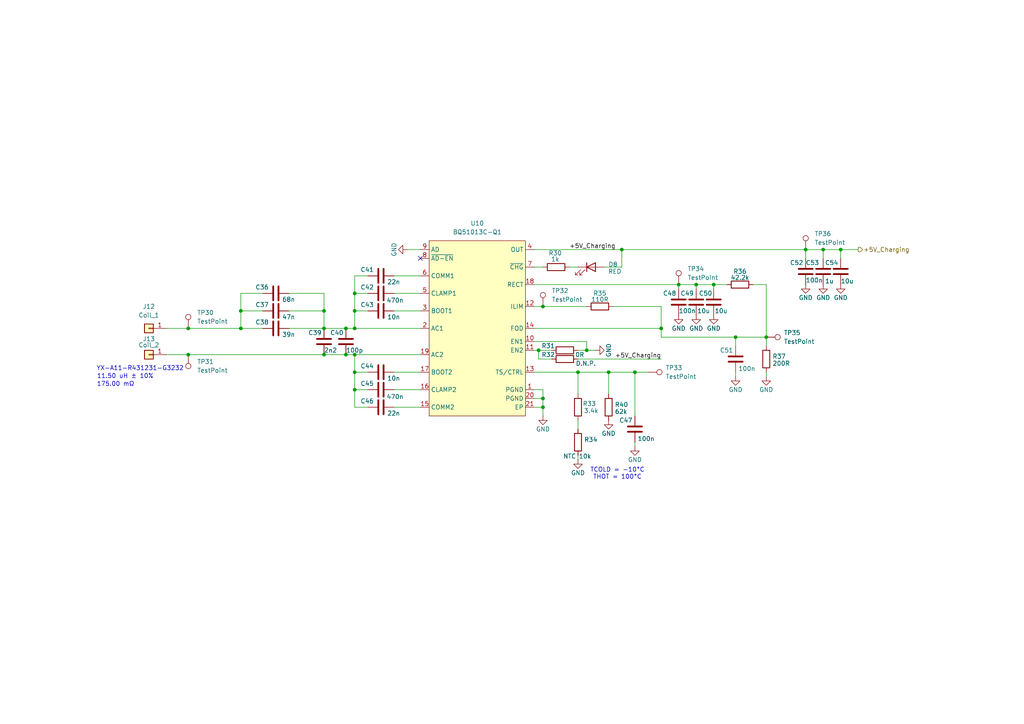
<source format=kicad_sch>
(kicad_sch (version 20231120) (generator "eeschema") (generator_version "8.0")
  (paper "A4")
  (title_block (title "Mermaid Control Unit") (date "2025-02-04") (rev "A") (company "Aurora Dreams Mermaids") (comment 1 "Designed by: Ondrej Ruzicka") (comment 4 "Wireless Charging"))
  (lib_symbols
    (symbol "Connector:TestPoint" (pin_numbers hide) (pin_names (offset 0.762) hide)
      (property "Reference" "TP" (at 0 6.858 0))
      (property "Value" "TestPoint" (at 0 5.08 0))
      (symbol "TestPoint_0_1"
        (circle (center 0 3.302) (radius 0.762))
      )
      (symbol "TestPoint_1_1"
        (pin passive line (at 0 0 90) (length 2.54) (name "1") (number "1"))
      )
    )
    (symbol "Connector_Generic:Conn_01x01" (pin_names (offset 1.016) hide)
      (property "Reference" "J" (at 0 2.54 0))
      (property "Value" "Conn_01x01" (at 0 -2.54 0))
      (symbol "Conn_01x01_1_1"
        (rectangle (start -1.27 0.127) (end 0 -0.127) (stroke (width 0.1524)))
        (rectangle (start -1.27 1.27) (end 1.27 -1.27) (stroke (width 0.254)) (fill (type background)))
        (pin passive line (at -5.08 0 0) (length 3.81) (name "Pin_1") (number "1"))
      )
    )
    (symbol "Device:C" (pin_numbers hide) (pin_names (offset 0.254))
      (property "Reference" "C" (at 0.635 2.54 0))
      (property "Value" "C" (at 0.635 -2.54 0))
      (symbol "C_0_1"
        (polyline (pts (xy -2.032 -0.762) (xy 2.032 -0.762)) (stroke (width 0.508)))
        (polyline (pts (xy -2.032 0.762) (xy 2.032 0.762)) (stroke (width 0.508)))
      )
      (symbol "C_1_1"
        (pin passive line (at 0 3.81 270) (length 2.794) (name "~") (number "1"))
        (pin passive line (at 0 -3.81 90) (length 2.794) (name "~") (number "2"))
      )
    )
    (symbol "Device:LED" (pin_numbers hide) (pin_names (offset 1.016) hide)
      (property "Reference" "D" (at 0 2.54 0))
      (property "Value" "LED" (at 0 -2.54 0))
      (symbol "LED_0_1"
        (polyline (pts (xy -1.27 -1.27) (xy -1.27 1.27)) (stroke (width 0.254)))
        (polyline (pts (xy -1.27 0) (xy 1.27 0)))
        (polyline (pts (xy 1.27 -1.27) (xy 1.27 1.27) (xy -1.27 0) (xy 1.27 -1.27)) (stroke (width 0.254)))
        (polyline (pts (xy -3.048 -0.762) (xy -4.572 -2.286) (xy -3.81 -2.286) (xy -4.572 -2.286) (xy -4.572 -1.524)))
        (polyline (pts (xy -1.778 -0.762) (xy -3.302 -2.286) (xy -2.54 -2.286) (xy -3.302 -2.286) (xy -3.302 -1.524)))
      )
      (symbol "LED_1_1"
        (pin passive line (at -3.81 0 0) (length 2.54) (name "K") (number "1"))
        (pin passive line (at 3.81 0 180) (length 2.54) (name "A") (number "2"))
      )
    )
    (symbol "Device:R" (pin_numbers hide) (pin_names (offset 0))
      (property "Reference" "R" (at 2.032 0 90))
      (property "Value" "R" (at 0 0 90))
      (symbol "R_0_1"
        (rectangle (start -1.016 -2.54) (end 1.016 2.54) (stroke (width 0.254)))
      )
      (symbol "R_1_1"
        (pin passive line (at 0 3.81 270) (length 1.27) (name "~") (number "1"))
        (pin passive line (at 0 -3.81 90) (length 1.27) (name "~") (number "2"))
      )
    )
    (symbol "library:BQ51013C-Q1"
      (property "Reference" "U" (at -13.208 30.226 0))
      (property "Value" "BQ51013C-Q1" (at 0 0 0))
      (symbol "BQ51013C-Q1_0_1"
        (rectangle (start -13.97 29.21) (end 13.97 -21.59) (fill (type background)))
      )
      (symbol "BQ51013C-Q1_1_1"
        (pin power_out line (at 16.51 -13.97 180) (length 2.54) (name "PGND") (number "1"))
        (pin input line (at 16.51 0 180) (length 2.54) (name "EN1") (number "10"))
        (pin input line (at 16.51 -2.54 180) (length 2.54) (name "EN2") (number "11"))
        (pin bidirectional line (at 16.51 10.16 180) (length 2.54) (name "ILIM") (number "12"))
        (pin input line (at 16.51 -8.89 180) (length 2.54) (name "TS/CTRL") (number "13"))
        (pin input line (at 16.51 3.81 180) (length 2.54) (name "FOD") (number "14"))
        (pin output line (at -16.51 -19.05 0) (length 2.54) (name "COMM2") (number "15"))
        (pin output line (at -16.51 -13.97 0) (length 2.54) (name "CLAMP2") (number "16"))
        (pin output line (at -16.51 -8.89 0) (length 2.54) (name "BOOT2") (number "17"))
        (pin output line (at 16.51 16.51 180) (length 2.54) (name "RECT") (number "18"))
        (pin input line (at -16.51 -3.81 0) (length 2.54) (name "AC2") (number "19"))
        (pin input line (at -16.51 3.81 0) (length 2.54) (name "AC1") (number "2"))
        (pin power_out line (at 16.51 -16.51 180) (length 2.54) (name "PGND") (number "20"))
        (pin power_out line (at 16.51 -19.05 180) (length 2.54) (name "EP") (number "21"))
        (pin output line (at -16.51 8.89 0) (length 2.54) (name "BOOT1") (number "3"))
        (pin power_out line (at 16.51 26.67 180) (length 2.54) (name "OUT") (number "4"))
        (pin output line (at -16.51 13.97 0) (length 2.54) (name "CLAMP1") (number "5"))
        (pin output line (at -16.51 19.05 0) (length 2.54) (name "COMM1") (number "6"))
        (pin output line (at 16.51 21.59 180) (length 2.54) (name "~{CHG}") (number "7"))
        (pin output line (at -16.51 24.13 0) (length 2.54) (name "~{AD-EN}") (number "8"))
        (pin input line (at -16.51 26.67 0) (length 2.54) (name "AD") (number "9"))
      )
    )
    (symbol "power:GND" (power) (pin_numbers hide) (pin_names (offset 0) hide)
      (property "Value" "GND" (at 0 -3.81 0))
      (symbol "GND_0_1"
        (polyline (pts (xy 0 0) (xy 0 -1.27) (xy 1.27 -1.27) (xy 0 -2.54) (xy -1.27 -1.27) (xy 0 -1.27)))
      )
      (symbol "GND_1_1"
        (pin power_in line (at 0 0 270) (length 0) (name "~") (number "1"))
      )
    )
  )
  (junction (at 54.61 95.25))
  (junction (at 170.18 101.6))
  (junction (at 102.87 107.95))
  (junction (at 167.64 107.95))
  (junction (at 102.87 90.17))
  (junction (at 222.25 97.79))
  (junction (at 100.33 95.25))
  (junction (at 54.61 102.87))
  (junction (at 180.34 72.39))
  (junction (at 157.48 115.57))
  (junction (at 157.48 88.9))
  (junction (at 93.98 102.87))
  (junction (at 102.87 95.25))
  (junction (at 176.53 107.95))
  (junction (at 102.87 85.09))
  (junction (at 100.33 102.87))
  (junction (at 201.93 82.55))
  (junction (at 102.87 113.03))
  (junction (at 238.76 72.39))
  (junction (at 191.77 95.25))
  (junction (at 243.84 72.39))
  (junction (at 69.85 90.17))
  (junction (at 157.48 118.11))
  (junction (at 69.85 95.25))
  (junction (at 213.36 97.79))
  (junction (at 156.21 101.6))
  (junction (at 93.98 95.25))
  (junction (at 207.01 82.55))
  (junction (at 196.85 82.55))
  (junction (at 184.15 107.95))
  (junction (at 93.98 90.17))
  (junction (at 233.68 72.39))
  (junction (at 102.87 102.87))
  (no_connect (at 121.92 74.93))
  (wire (pts (xy 83.82 85.09) (xy 93.98 85.09)))
  (wire (pts (xy 83.82 95.25) (xy 93.98 95.25)))
  (wire (pts (xy 170.18 101.6) (xy 172.72 101.6)))
  (wire (pts (xy 106.68 113.03) (xy 102.87 113.03)))
  (wire (pts (xy 175.26 77.47) (xy 180.34 77.47)))
  (wire (pts (xy 157.48 115.57) (xy 157.48 118.11)))
  (wire (pts (xy 167.64 107.95) (xy 176.53 107.95)))
  (wire (pts (xy 222.25 97.79) (xy 222.25 100.33)))
  (wire (pts (xy 213.36 107.95) (xy 213.36 109.22)))
  (wire (pts (xy 100.33 102.87) (xy 102.87 102.87)))
  (wire (pts (xy 243.84 72.39) (xy 248.92 72.39)))
  (wire (pts (xy 157.48 113.03) (xy 157.48 115.57)))
  (wire (pts (xy 114.3 90.17) (xy 121.92 90.17)))
  (wire (pts (xy 154.94 88.9) (xy 157.48 88.9)))
  (wire (pts (xy 76.2 85.09) (xy 69.85 85.09)))
  (wire (pts (xy 154.94 101.6) (xy 156.21 101.6)))
  (wire (pts (xy 156.21 104.14) (xy 156.21 101.6)))
  (wire (pts (xy 102.87 85.09) (xy 102.87 90.17)))
  (wire (pts (xy 191.77 97.79) (xy 213.36 97.79)))
  (wire (pts (xy 156.21 101.6) (xy 160.02 101.6)))
  (wire (pts (xy 167.64 107.95) (xy 167.64 114.3)))
  (wire (pts (xy 222.25 97.79) (xy 222.25 82.55)))
  (wire (pts (xy 154.94 82.55) (xy 196.85 82.55)))
  (wire (pts (xy 100.33 95.25) (xy 102.87 95.25)))
  (wire (pts (xy 48.26 95.25) (xy 54.61 95.25)))
  (wire (pts (xy 180.34 72.39) (xy 233.68 72.39)))
  (wire (pts (xy 106.68 85.09) (xy 102.87 85.09)))
  (wire (pts (xy 177.8 88.9) (xy 191.77 88.9)))
  (wire (pts (xy 207.01 82.55) (xy 210.82 82.55)))
  (wire (pts (xy 157.48 88.9) (xy 170.18 88.9)))
  (wire (pts (xy 222.25 107.95) (xy 222.25 109.22)))
  (wire (pts (xy 118.11 72.39) (xy 121.92 72.39)))
  (wire (pts (xy 191.77 88.9) (xy 191.77 95.25)))
  (wire (pts (xy 102.87 118.11) (xy 102.87 113.03)))
  (wire (pts (xy 54.61 95.25) (xy 69.85 95.25)))
  (wire (pts (xy 154.94 99.06) (xy 170.18 99.06)))
  (wire (pts (xy 93.98 95.25) (xy 100.33 95.25)))
  (wire (pts (xy 114.3 107.95) (xy 121.92 107.95)))
  (wire (pts (xy 184.15 128.27) (xy 184.15 129.54)))
  (wire (pts (xy 114.3 118.11) (xy 121.92 118.11)))
  (wire (pts (xy 154.94 113.03) (xy 157.48 113.03)))
  (wire (pts (xy 54.61 102.87) (xy 93.98 102.87)))
  (wire (pts (xy 114.3 85.09) (xy 121.92 85.09)))
  (wire (pts (xy 176.53 107.95) (xy 176.53 114.3)))
  (wire (pts (xy 102.87 102.87) (xy 102.87 107.95)))
  (wire (pts (xy 176.53 107.95) (xy 184.15 107.95)))
  (wire (pts (xy 180.34 77.47) (xy 180.34 72.39)))
  (wire (pts (xy 165.1 77.47) (xy 167.64 77.47)))
  (wire (pts (xy 83.82 90.17) (xy 93.98 90.17)))
  (wire (pts (xy 201.93 82.55) (xy 201.93 83.82)))
  (wire (pts (xy 222.25 97.79) (xy 213.36 97.79)))
  (wire (pts (xy 243.84 72.39) (xy 243.84 74.93)))
  (wire (pts (xy 238.76 72.39) (xy 243.84 72.39)))
  (wire (pts (xy 106.68 118.11) (xy 102.87 118.11)))
  (wire (pts (xy 121.92 102.87) (xy 102.87 102.87)))
  (wire (pts (xy 114.3 80.01) (xy 121.92 80.01)))
  (wire (pts (xy 69.85 90.17) (xy 76.2 90.17)))
  (wire (pts (xy 114.3 113.03) (xy 121.92 113.03)))
  (wire (pts (xy 157.48 118.11) (xy 157.48 120.65)))
  (wire (pts (xy 170.18 99.06) (xy 170.18 101.6)))
  (wire (pts (xy 154.94 118.11) (xy 157.48 118.11)))
  (wire (pts (xy 233.68 72.39) (xy 233.68 74.93)))
  (wire (pts (xy 69.85 90.17) (xy 69.85 95.25)))
  (wire (pts (xy 233.68 72.39) (xy 238.76 72.39)))
  (wire (pts (xy 102.87 80.01) (xy 102.87 85.09)))
  (wire (pts (xy 187.96 107.95) (xy 184.15 107.95)))
  (wire (pts (xy 167.64 101.6) (xy 170.18 101.6)))
  (wire (pts (xy 106.68 80.01) (xy 102.87 80.01)))
  (wire (pts (xy 102.87 90.17) (xy 106.68 90.17)))
  (wire (pts (xy 191.77 95.25) (xy 191.77 97.79)))
  (wire (pts (xy 69.85 85.09) (xy 69.85 90.17)))
  (wire (pts (xy 93.98 102.87) (xy 100.33 102.87)))
  (wire (pts (xy 160.02 104.14) (xy 156.21 104.14)))
  (wire (pts (xy 154.94 115.57) (xy 157.48 115.57)))
  (wire (pts (xy 102.87 107.95) (xy 106.68 107.95)))
  (wire (pts (xy 167.64 104.14) (xy 191.77 104.14)))
  (wire (pts (xy 184.15 107.95) (xy 184.15 120.65)))
  (wire (pts (xy 213.36 97.79) (xy 213.36 100.33)))
  (wire (pts (xy 196.85 82.55) (xy 201.93 82.55)))
  (wire (pts (xy 93.98 85.09) (xy 93.98 90.17)))
  (wire (pts (xy 102.87 113.03) (xy 102.87 107.95)))
  (wire (pts (xy 48.26 102.87) (xy 54.61 102.87)))
  (wire (pts (xy 154.94 95.25) (xy 191.77 95.25)))
  (wire (pts (xy 201.93 82.55) (xy 207.01 82.55)))
  (wire (pts (xy 93.98 90.17) (xy 93.98 95.25)))
  (wire (pts (xy 196.85 83.82) (xy 196.85 82.55)))
  (wire (pts (xy 167.64 121.92) (xy 167.64 124.46)))
  (wire (pts (xy 238.76 72.39) (xy 238.76 74.93)))
  (wire (pts (xy 69.85 95.25) (xy 76.2 95.25)))
  (wire (pts (xy 154.94 77.47) (xy 157.48 77.47)))
  (wire (pts (xy 222.25 82.55) (xy 218.44 82.55)))
  (wire (pts (xy 121.92 95.25) (xy 102.87 95.25)))
  (wire (pts (xy 154.94 107.95) (xy 167.64 107.95)))
  (wire (pts (xy 167.64 132.08) (xy 167.64 133.35)))
  (wire (pts (xy 102.87 95.25) (xy 102.87 90.17)))
  (wire (pts (xy 207.01 82.55) (xy 207.01 83.82)))
  (wire (pts (xy 154.94 72.39) (xy 180.34 72.39)))
  (text "175.00 mΩ" (at 33.528 111.506 0) (effects (font (size 1.27 1.27))))
  (text "11.50 uH ± 10%" (at 36.322 109.22 0) (effects (font (size 1.27 1.27))))
  (text "YX-A11-R431231-G3232" (at 40.64 106.934 0) (effects (font (size 1.27 1.27))))
  (text "TCOLD = -10°C\nTHOT = 100°C" (at 179.07 137.414 0) (effects (font (size 1.27 1.27))))
  (label "+5V_Charging" (at 165.1 72.39 0))
  (label "+5V_Charging" (at 191.77 104.14 180))
  (hierarchical_label "+5V_Charging" (shape output) (at 248.92 72.39 0))
  (symbol (lib_id "Device:R") (at 173.99 88.9 90) (unit 1)
    (property "Reference" "R35" (at 173.99 85.09 90))
    (property "Value" "110R" (at 173.99 86.868 90))
    (property "Footprint" "Resistor_SMD:R_0603_1608Metric" (effects (hide yes)))
    (property "Description" "Resistor" (effects (hide yes)))
    (property "Part Number" "0603WAF1100T5E " (effects (hide yes)))
  )
  (symbol (lib_id "Device:C") (at 184.15 124.46 0) (unit 1)
    (property "Reference" "C47" (at 179.578 121.92 0) (effects (justify left)))
    (property "Value" "100n" (at 184.912 127.254 0) (effects (justify left)))
    (property "Footprint" "Capacitor_SMD:C_0603_1608Metric" (effects (hide yes)))
    (property "Description" "Unpolarized capacitor" (effects (hide yes)))
    (property "Part Number" "CC0603KRX7R9BB104" (effects (hide yes)))
  )
  (symbol (lib_id "Device:R") (at 222.25 104.14 180) (unit 1)
    (property "Reference" "R37" (at 224.028 103.378 0) (effects (justify right)))
    (property "Value" "200R" (at 224.028 105.41 0) (effects (justify right)))
    (property "Footprint" "Resistor_SMD:R_0603_1608Metric" (effects (hide yes)))
    (property "Description" "Resistor" (effects (hide yes)))
    (property "Part Number" "0603WAF2000T5E " (effects (hide yes)))
  )
  (symbol (lib_id "Connector_Generic:Conn_01x01") (at 43.18 95.25 180) (unit 1)
    (property "Reference" "J12" (at 43.18 88.9 0))
    (property "Value" "Coil_1" (at 43.18 91.44 0))
    (property "Footprint" "TestPoint:TestPoint_THTPad_2.0x2.0mm_Drill1.0mm" (effects (hide yes)))
    (property "Description" "Generic connector, single row, 01x01, script generated (kicad-library-utils/schlib/autogen/connector/)" (effects (hide yes)))
  )
  (symbol (lib_id "power:GND") (at 201.93 91.44 0) (unit 1)
    (property "Reference" "#PWR0122" (effects (hide yes)))
    (property "Value" "GND" (at 201.93 95.25 0))
    (property "Description" "Power symbol creates a global label with name \"GND\" , ground" (effects (hide yes)))
  )
  (symbol (lib_id "Device:C") (at 110.49 107.95 90) (unit 1)
    (property "Reference" "C44" (at 108.458 106.172 90) (effects (justify left)))
    (property "Value" "10n" (at 116.078 109.728 90) (effects (justify left)))
    (property "Footprint" "Capacitor_SMD:C_0603_1608Metric" (effects (hide yes)))
    (property "Description" "Unpolarized capacitor" (effects (hide yes)))
    (property "Part Number" "06035C103JAT2A " (effects (hide yes)))
  )
  (symbol (lib_id "Device:C") (at 243.84 78.74 0) (unit 1)
    (property "Reference" "C54" (at 239.268 76.2 0) (effects (justify left)))
    (property "Value" "10u" (at 243.84 81.534 0) (effects (justify left)))
    (property "Footprint" "Capacitor_SMD:C_0603_1608Metric" (effects (hide yes)))
    (property "Description" "Unpolarized capacitor" (effects (hide yes)))
    (property "Part Number" "CL10A106MA8NRNC " (effects (hide yes)))
  )
  (symbol (lib_id "power:GND") (at 213.36 109.22 0) (unit 1)
    (property "Reference" "#PWR0124" (effects (hide yes)))
    (property "Value" "GND" (at 213.36 113.03 0))
    (property "Description" "Power symbol creates a global label with name \"GND\" , ground" (effects (hide yes)))
  )
  (symbol (lib_id "Device:LED") (at 171.45 77.47 0) (unit 1)
    (property "Reference" "D8" (at 177.8 76.708 0))
    (property "Value" "RED" (at 178.308 78.74 0))
    (property "Footprint" "LED_SMD:LED_0603_1608Metric" (effects (hide yes)))
    (property "Description" "Light emitting diode" (effects (hide yes)))
    (property "Part Number" "APT1608EC" (effects (hide yes)))
  )
  (symbol (lib_id "Device:C") (at 80.01 85.09 90) (unit 1)
    (property "Reference" "C36" (at 77.978 83.312 90) (effects (justify left)))
    (property "Value" "68n" (at 85.598 86.868 90) (effects (justify left)))
    (property "Footprint" "Capacitor_SMD:C_0603_1608Metric" (effects (hide yes)))
    (property "Description" "Unpolarized capacitor" (effects (hide yes)))
    (property "Part Number" "GCJ188R71H683KA12D" (effects (hide yes)))
  )
  (symbol (lib_id "power:GND") (at 207.01 91.44 0) (unit 1)
    (property "Reference" "#PWR0123" (effects (hide yes)))
    (property "Value" "GND" (at 207.01 95.25 0))
    (property "Description" "Power symbol creates a global label with name \"GND\" , ground" (effects (hide yes)))
  )
  (symbol (lib_id "Device:C") (at 100.33 99.06 0) (unit 1)
    (property "Reference" "C40" (at 95.758 96.52 0) (effects (justify left)))
    (property "Value" "100p" (at 100.33 101.6 0) (effects (justify left)))
    (property "Footprint" "Capacitor_SMD:C_0603_1608Metric" (effects (hide yes)))
    (property "Description" "Unpolarized capacitor" (effects (hide yes)))
    (property "Part Number" "CGA3E2C0G1H101JT0Y0N " (effects (hide yes)))
  )
  (symbol (lib_id "Connector:TestPoint") (at 233.68 72.39 0) (unit 1)
    (property "Reference" "TP36" (at 236.22 67.8179 0) (effects (justify left)))
    (property "Value" "TestPoint" (at 236.22 70.3579 0) (effects (justify left)))
    (property "Footprint" "TestPoint:TestPoint_Pad_D1.5mm" (effects (hide yes)))
    (property "Description" "test point" (effects (hide yes)))
  )
  (symbol (lib_id "Device:C") (at 110.49 85.09 90) (unit 1)
    (property "Reference" "C42" (at 108.458 83.312 90) (effects (justify left)))
    (property "Value" "470n" (at 117.094 87.122 90) (effects (justify left)))
    (property "Footprint" "Capacitor_SMD:C_0603_1608Metric" (effects (hide yes)))
    (property "Description" "Unpolarized capacitor" (effects (hide yes)))
    (property "Part Number" "CL10B474KB8VPNC " (effects (hide yes)))
  )
  (symbol (lib_id "Device:C") (at 110.49 113.03 90) (unit 1)
    (property "Reference" "C45" (at 108.458 111.252 90) (effects (justify left)))
    (property "Value" "470n" (at 117.094 115.062 90) (effects (justify left)))
    (property "Footprint" "Capacitor_SMD:C_0603_1608Metric" (effects (hide yes)))
    (property "Description" "Unpolarized capacitor" (effects (hide yes)))
    (property "Part Number" "CL10B474KB8VPNC " (effects (hide yes)))
  )
  (symbol (lib_id "power:GND") (at 157.48 120.65 0) (unit 1)
    (property "Reference" "#PWR0117" (effects (hide yes)))
    (property "Value" "GND" (at 157.48 124.46 0))
    (property "Description" "Power symbol creates a global label with name \"GND\" , ground" (effects (hide yes)))
  )
  (symbol (lib_id "library:BQ51013C-Q1") (at 138.43 99.06 0) (unit 1)
    (property "Reference" "U10" (at 138.43 64.77 0))
    (property "Value" "BQ51013C-Q1" (at 138.43 67.31 0))
    (property "Footprint" "Package_DFN_QFN:Texas_VQFN-RHL-20_ThermalVias" (effects (hide yes)))
    (property "Datasheet" "https://www.ti.com/lit/ds/symlink/bq51013c-q1.pdf?ts=1735290331110&ref_url=https%253A%252F%252Fcz.mouser.com%252F" (effects (hide yes)))
    (property "Description" "Automotive WPC 2.0 compatible fully integrated wireless power receiver IC" (effects (hide yes)))
    (property "Part Number" "BQ51013C-Q1" (effects (hide yes)))
  )
  (symbol (lib_id "Device:C") (at 196.85 87.63 0) (unit 1)
    (property "Reference" "C48" (at 192.278 85.09 0) (effects (justify left)))
    (property "Value" "100n" (at 196.85 90.17 0) (effects (justify left)))
    (property "Footprint" "Capacitor_SMD:C_0603_1608Metric" (effects (hide yes)))
    (property "Description" "Unpolarized capacitor" (effects (hide yes)))
    (property "Part Number" "CC0603KRX7R9BB104" (effects (hide yes)))
  )
  (symbol (lib_id "Connector:TestPoint") (at 157.48 88.9 0) (unit 1)
    (property "Reference" "TP32" (at 160.02 84.3279 0) (effects (justify left)))
    (property "Value" "TestPoint" (at 160.02 86.8679 0) (effects (justify left)))
    (property "Footprint" "TestPoint:TestPoint_Pad_D1.5mm" (effects (hide yes)))
    (property "Description" "test point" (effects (hide yes)))
  )
  (symbol (lib_id "power:GND") (at 196.85 91.44 0) (unit 1)
    (property "Reference" "#PWR0121" (effects (hide yes)))
    (property "Value" "GND" (at 196.85 95.25 0))
    (property "Description" "Power symbol creates a global label with name \"GND\" , ground" (effects (hide yes)))
  )
  (symbol (lib_id "Device:R") (at 167.64 128.27 180) (unit 1)
    (property "Reference" "R34" (at 169.418 127.508 0) (effects (justify right)))
    (property "Value" "NTC 10k" (at 163.322 132.334 0) (effects (justify right)))
    (property "Footprint" "Resistor_SMD:R_0603_1608Metric" (effects (hide yes)))
    (property "Description" "Resistor" (effects (hide yes)))
    (property "Part Number" "NTCG163JF103FTDS" (effects (hide yes)))
  )
  (symbol (lib_id "power:GND") (at 184.15 129.54 0) (unit 1)
    (property "Reference" "#PWR0120" (effects (hide yes)))
    (property "Value" "GND" (at 184.15 133.35 0))
    (property "Description" "Power symbol creates a global label with name \"GND\" , ground" (effects (hide yes)))
  )
  (symbol (lib_id "Connector:TestPoint") (at 54.61 95.25 0) (unit 1)
    (property "Reference" "TP30" (at 57.15 90.6779 0) (effects (justify left)))
    (property "Value" "TestPoint" (at 57.15 93.2179 0) (effects (justify left)))
    (property "Footprint" "TestPoint:TestPoint_Pad_D1.5mm" (effects (hide yes)))
    (property "Description" "test point" (effects (hide yes)))
  )
  (symbol (lib_id "Device:C") (at 110.49 118.11 90) (unit 1)
    (property "Reference" "C46" (at 108.458 116.332 90) (effects (justify left)))
    (property "Value" "22n" (at 116.078 119.888 90) (effects (justify left)))
    (property "Footprint" "Capacitor_SMD:C_0603_1608Metric" (effects (hide yes)))
    (property "Description" "Unpolarized capacitor" (effects (hide yes)))
    (property "Part Number" "C1608X7R1H223KT000N " (effects (hide yes)))
  )
  (symbol (lib_id "power:GND") (at 222.25 109.22 0) (unit 1)
    (property "Reference" "#PWR0125" (effects (hide yes)))
    (property "Value" "GND" (at 222.25 113.03 0))
    (property "Description" "Power symbol creates a global label with name \"GND\" , ground" (effects (hide yes)))
  )
  (symbol (lib_id "power:GND") (at 238.76 82.55 0) (unit 1)
    (property "Reference" "#PWR0127" (effects (hide yes)))
    (property "Value" "GND" (at 238.76 86.36 0))
    (property "Description" "Power symbol creates a global label with name \"GND\" , ground" (effects (hide yes)))
  )
  (symbol (lib_id "Device:C") (at 207.01 87.63 0) (unit 1)
    (property "Reference" "C50" (at 202.692 85.09 0) (effects (justify left)))
    (property "Value" "10u" (at 207.264 90.17 0) (effects (justify left)))
    (property "Footprint" "Capacitor_SMD:C_0603_1608Metric" (effects (hide yes)))
    (property "Description" "Unpolarized capacitor" (effects (hide yes)))
    (property "Part Number" "CL10A106MA8NRNC " (effects (hide yes)))
  )
  (symbol (lib_id "Device:C") (at 80.01 95.25 90) (unit 1)
    (property "Reference" "C38" (at 77.978 93.472 90) (effects (justify left)))
    (property "Value" "39n" (at 85.598 97.028 90) (effects (justify left)))
    (property "Footprint" "Capacitor_SMD:C_0603_1608Metric" (effects (hide yes)))
    (property "Description" "Unpolarized capacitor" (effects (hide yes)))
    (property "Part Number" "CL10B393KB8NNNC " (effects (hide yes)))
  )
  (symbol (lib_id "Device:R") (at 176.53 118.11 180) (unit 1)
    (property "Reference" "R40" (at 178.308 117.348 0) (effects (justify right)))
    (property "Value" "62k" (at 178.308 119.38 0) (effects (justify right)))
    (property "Footprint" "Resistor_SMD:R_0603_1608Metric" (effects (hide yes)))
    (property "Description" "Resistor" (effects (hide yes)))
    (property "Part Number" "0603WAF6202T5E  " (effects (hide yes)))
  )
  (symbol (lib_id "Device:C") (at 201.93 87.63 0) (unit 1)
    (property "Reference" "C49" (at 197.358 85.09 0) (effects (justify left)))
    (property "Value" "10u" (at 202.184 90.17 0) (effects (justify left)))
    (property "Footprint" "Capacitor_SMD:C_0603_1608Metric" (effects (hide yes)))
    (property "Description" "Unpolarized capacitor" (effects (hide yes)))
    (property "Part Number" "CL10A106MA8NRNC " (effects (hide yes)))
  )
  (symbol (lib_id "power:GND") (at 167.64 133.35 0) (unit 1)
    (property "Reference" "#PWR0118" (effects (hide yes)))
    (property "Value" "GND" (at 167.64 137.16 0))
    (property "Description" "Power symbol creates a global label with name \"GND\" , ground" (effects (hide yes)))
  )
  (symbol (lib_id "Device:C") (at 213.36 104.14 0) (unit 1)
    (property "Reference" "C51" (at 208.788 101.6 0) (effects (justify left)))
    (property "Value" "100n" (at 214.122 106.934 0) (effects (justify left)))
    (property "Footprint" "Capacitor_SMD:C_0603_1608Metric" (effects (hide yes)))
    (property "Description" "Unpolarized capacitor" (effects (hide yes)))
    (property "Part Number" "CC0603KRX7R9BB104" (effects (hide yes)))
  )
  (symbol (lib_id "Device:R") (at 163.83 101.6 90) (unit 1)
    (property "Reference" "R31" (at 159.004 100.33 90))
    (property "Value" "0R" (at 168.148 102.87 90))
    (property "Footprint" "Resistor_SMD:R_0603_1608Metric" (effects (hide yes)))
    (property "Description" "Resistor" (effects (hide yes)))
    (property "Part Number" "RC0603FR-070RL " (effects (hide yes)))
  )
  (symbol (lib_id "Connector:TestPoint") (at 54.61 102.87 180) (unit 1)
    (property "Reference" "TP31" (at 57.15 104.9019 0) (effects (justify right)))
    (property "Value" "TestPoint" (at 57.15 107.4419 0) (effects (justify right)))
    (property "Footprint" "TestPoint:TestPoint_Pad_D1.5mm" (effects (hide yes)))
    (property "Description" "test point" (effects (hide yes)))
  )
  (symbol (lib_id "Device:R") (at 214.63 82.55 90) (unit 1)
    (property "Reference" "R36" (at 214.63 78.74 90))
    (property "Value" "42.2k" (at 214.63 80.518 90))
    (property "Footprint" "Resistor_SMD:R_0603_1608Metric" (effects (hide yes)))
    (property "Description" "Resistor" (effects (hide yes)))
    (property "Part Number" "WR06X4222FTL " (effects (hide yes)))
  )
  (symbol (lib_id "Device:C") (at 110.49 90.17 90) (unit 1)
    (property "Reference" "C43" (at 108.458 88.392 90) (effects (justify left)))
    (property "Value" "10n" (at 116.078 91.948 90) (effects (justify left)))
    (property "Footprint" "Capacitor_SMD:C_0603_1608Metric" (effects (hide yes)))
    (property "Description" "Unpolarized capacitor" (effects (hide yes)))
    (property "Part Number" "06035C103JAT2A " (effects (hide yes)))
  )
  (symbol (lib_id "Device:C") (at 80.01 90.17 90) (unit 1)
    (property "Reference" "C37" (at 77.978 88.392 90) (effects (justify left)))
    (property "Value" "47n" (at 85.598 91.948 90) (effects (justify left)))
    (property "Footprint" "Capacitor_SMD:C_0603_1608Metric" (effects (hide yes)))
    (property "Description" "Unpolarized capacitor" (effects (hide yes)))
    (property "Part Number" "CGA3E2X7R1H473KT0Y0N " (effects (hide yes)))
  )
  (symbol (lib_id "power:GND") (at 176.53 121.92 0) (unit 1)
    (property "Reference" "#PWR0142" (effects (hide yes)))
    (property "Value" "GND" (at 176.53 125.73 0))
    (property "Description" "Power symbol creates a global label with name \"GND\" , ground" (effects (hide yes)))
  )
  (symbol (lib_id "Device:R") (at 167.64 118.11 180) (unit 1)
    (property "Reference" "R33" (at 170.942 117.094 0))
    (property "Value" "3.4k" (at 171.45 119.126 0))
    (property "Footprint" "Resistor_SMD:R_0603_1608Metric" (effects (hide yes)))
    (property "Description" "Resistor" (effects (hide yes)))
    (property "Part Number" "0603WAF4301T5E  " (effects (hide yes)))
  )
  (symbol (lib_id "power:GND") (at 233.68 82.55 0) (unit 1)
    (property "Reference" "#PWR0126" (effects (hide yes)))
    (property "Value" "GND" (at 233.68 86.36 0))
    (property "Description" "Power symbol creates a global label with name \"GND\" , ground" (effects (hide yes)))
  )
  (symbol (lib_id "Device:R") (at 161.29 77.47 90) (unit 1)
    (property "Reference" "R30" (at 161.036 73.406 90))
    (property "Value" "1k" (at 161.036 75.184 90))
    (property "Footprint" "Resistor_SMD:R_0603_1608Metric" (effects (hide yes)))
    (property "Description" "Resistor" (effects (hide yes)))
    (property "Part Number" "RC0603FR-071KL " (effects (hide yes)))
  )
  (symbol (lib_id "Connector_Generic:Conn_01x01") (at 43.18 102.87 180) (unit 1)
    (property "Reference" "J13" (at 43.18 98.298 0))
    (property "Value" "Coil_2" (at 43.18 100.076 0))
    (property "Footprint" "TestPoint:TestPoint_THTPad_2.0x2.0mm_Drill1.0mm" (effects (hide yes)))
    (property "Description" "Generic connector, single row, 01x01, script generated (kicad-library-utils/schlib/autogen/connector/)" (effects (hide yes)))
  )
  (symbol (lib_id "power:GND") (at 172.72 101.6 90) (unit 1)
    (property "Reference" "#PWR0119" (effects (hide yes)))
    (property "Value" "GND" (at 176.53 101.6 0))
    (property "Description" "Power symbol creates a global label with name \"GND\" , ground" (effects (hide yes)))
  )
  (symbol (lib_id "Connector:TestPoint") (at 187.96 107.95 270) (unit 1)
    (property "Reference" "TP33" (at 193.04 106.6799 90) (effects (justify left)))
    (property "Value" "TestPoint" (at 193.04 109.2199 90) (effects (justify left)))
    (property "Footprint" "TestPoint:TestPoint_Pad_D1.5mm" (effects (hide yes)))
    (property "Description" "test point" (effects (hide yes)))
  )
  (symbol (lib_id "Connector:TestPoint") (at 196.85 82.55 0) (unit 1)
    (property "Reference" "TP34" (at 199.39 77.9779 0) (effects (justify left)))
    (property "Value" "TestPoint" (at 199.39 80.5179 0) (effects (justify left)))
    (property "Footprint" "TestPoint:TestPoint_Pad_D1.5mm" (effects (hide yes)))
    (property "Description" "test point" (effects (hide yes)))
  )
  (symbol (lib_id "power:GND") (at 243.84 82.55 0) (unit 1)
    (property "Reference" "#PWR0128" (effects (hide yes)))
    (property "Value" "GND" (at 243.84 86.36 0))
    (property "Description" "Power symbol creates a global label with name \"GND\" , ground" (effects (hide yes)))
  )
  (symbol (lib_id "Device:C") (at 93.98 99.06 0) (unit 1)
    (property "Reference" "C39" (at 89.408 96.52 0) (effects (justify left)))
    (property "Value" "2n2" (at 93.98 101.6 0) (effects (justify left)))
    (property "Footprint" "Capacitor_SMD:C_0603_1608Metric" (effects (hide yes)))
    (property "Description" "Unpolarized capacitor" (effects (hide yes)))
    (property "Part Number" "GRM1885C2A222JA01D " (effects (hide yes)))
  )
  (symbol (lib_id "Device:C") (at 233.68 78.74 0) (unit 1)
    (property "Reference" "C52" (at 229.108 76.2 0) (effects (justify left)))
    (property "Value" "100n" (at 233.68 81.28 0) (effects (justify left)))
    (property "Footprint" "Capacitor_SMD:C_0603_1608Metric" (effects (hide yes)))
    (property "Description" "Unpolarized capacitor" (effects (hide yes)))
    (property "Part Number" "CC0603KRX7R9BB104" (effects (hide yes)))
  )
  (symbol (lib_id "power:GND") (at 118.11 72.39 270) (unit 1)
    (property "Reference" "#PWR0116" (effects (hide yes)))
    (property "Value" "GND" (at 114.3 72.39 0))
    (property "Description" "Power symbol creates a global label with name \"GND\" , ground" (effects (hide yes)))
  )
  (symbol (lib_id "Connector:TestPoint") (at 222.25 97.79 270) (unit 1)
    (property "Reference" "TP35" (at 227.33 96.5199 90) (effects (justify left)))
    (property "Value" "TestPoint" (at 227.33 99.0599 90) (effects (justify left)))
    (property "Footprint" "TestPoint:TestPoint_Pad_D1.5mm" (effects (hide yes)))
    (property "Description" "test point" (effects (hide yes)))
  )
  (symbol (lib_id "Device:C") (at 238.76 78.74 0) (unit 1)
    (property "Reference" "C53" (at 233.68 76.2 0) (effects (justify left)))
    (property "Value" "1u" (at 239.268 81.534 0) (effects (justify left)))
    (property "Footprint" "Capacitor_SMD:C_0603_1608Metric" (effects (hide yes)))
    (property "Description" "Unpolarized capacitor" (effects (hide yes)))
    (property "Part Number" "CL10A105KB8NNNC " (effects (hide yes)))
  )
  (symbol (lib_id "Device:R") (at 163.83 104.14 90) (unit 1)
    (property "Reference" "R32" (at 159.004 102.87 90))
    (property "Value" "D.N.P." (at 169.926 105.41 90))
    (property "Footprint" "Resistor_SMD:R_0603_1608Metric" (effects (hide yes)))
    (property "Description" "Resistor" (effects (hide yes)))
  )
  (symbol (lib_id "Device:C") (at 110.49 80.01 90) (unit 1)
    (property "Reference" "C41" (at 108.458 78.232 90) (effects (justify left)))
    (property "Value" "22n" (at 116.078 81.788 90) (effects (justify left)))
    (property "Footprint" "Capacitor_SMD:C_0603_1608Metric" (effects (hide yes)))
    (property "Description" "Unpolarized capacitor" (effects (hide yes)))
    (property "Part Number" "C1608X7R1H223KT000N " (effects (hide yes)))
  )
)
</source>
